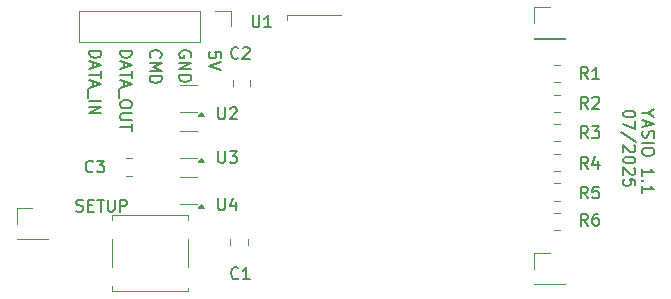
<source format=gbr>
%TF.GenerationSoftware,KiCad,Pcbnew,9.0.3-1.fc42*%
%TF.CreationDate,2025-07-19T22:58:11+02:00*%
%TF.ProjectId,yasio,79617369-6f2e-46b6-9963-61645f706362,rev?*%
%TF.SameCoordinates,Original*%
%TF.FileFunction,Legend,Top*%
%TF.FilePolarity,Positive*%
%FSLAX46Y46*%
G04 Gerber Fmt 4.6, Leading zero omitted, Abs format (unit mm)*
G04 Created by KiCad (PCBNEW 9.0.3-1.fc42) date 2025-07-19 22:58:11*
%MOMM*%
%LPD*%
G01*
G04 APERTURE LIST*
%ADD10C,0.200000*%
%ADD11C,0.150000*%
%ADD12C,0.120000*%
G04 APERTURE END LIST*
D10*
X154118915Y-109660149D02*
X153642724Y-109660149D01*
X154642724Y-109326816D02*
X154118915Y-109660149D01*
X154118915Y-109660149D02*
X154642724Y-109993482D01*
X153928439Y-110279197D02*
X153928439Y-110755387D01*
X153642724Y-110183959D02*
X154642724Y-110517292D01*
X154642724Y-110517292D02*
X153642724Y-110850625D01*
X153690344Y-111136340D02*
X153642724Y-111279197D01*
X153642724Y-111279197D02*
X153642724Y-111517292D01*
X153642724Y-111517292D02*
X153690344Y-111612530D01*
X153690344Y-111612530D02*
X153737963Y-111660149D01*
X153737963Y-111660149D02*
X153833201Y-111707768D01*
X153833201Y-111707768D02*
X153928439Y-111707768D01*
X153928439Y-111707768D02*
X154023677Y-111660149D01*
X154023677Y-111660149D02*
X154071296Y-111612530D01*
X154071296Y-111612530D02*
X154118915Y-111517292D01*
X154118915Y-111517292D02*
X154166534Y-111326816D01*
X154166534Y-111326816D02*
X154214153Y-111231578D01*
X154214153Y-111231578D02*
X154261772Y-111183959D01*
X154261772Y-111183959D02*
X154357010Y-111136340D01*
X154357010Y-111136340D02*
X154452248Y-111136340D01*
X154452248Y-111136340D02*
X154547486Y-111183959D01*
X154547486Y-111183959D02*
X154595105Y-111231578D01*
X154595105Y-111231578D02*
X154642724Y-111326816D01*
X154642724Y-111326816D02*
X154642724Y-111564911D01*
X154642724Y-111564911D02*
X154595105Y-111707768D01*
X153642724Y-112136340D02*
X154642724Y-112136340D01*
X154642724Y-112803006D02*
X154642724Y-112993482D01*
X154642724Y-112993482D02*
X154595105Y-113088720D01*
X154595105Y-113088720D02*
X154499867Y-113183958D01*
X154499867Y-113183958D02*
X154309391Y-113231577D01*
X154309391Y-113231577D02*
X153976058Y-113231577D01*
X153976058Y-113231577D02*
X153785582Y-113183958D01*
X153785582Y-113183958D02*
X153690344Y-113088720D01*
X153690344Y-113088720D02*
X153642724Y-112993482D01*
X153642724Y-112993482D02*
X153642724Y-112803006D01*
X153642724Y-112803006D02*
X153690344Y-112707768D01*
X153690344Y-112707768D02*
X153785582Y-112612530D01*
X153785582Y-112612530D02*
X153976058Y-112564911D01*
X153976058Y-112564911D02*
X154309391Y-112564911D01*
X154309391Y-112564911D02*
X154499867Y-112612530D01*
X154499867Y-112612530D02*
X154595105Y-112707768D01*
X154595105Y-112707768D02*
X154642724Y-112803006D01*
X153642724Y-114945863D02*
X153642724Y-114374435D01*
X153642724Y-114660149D02*
X154642724Y-114660149D01*
X154642724Y-114660149D02*
X154499867Y-114564911D01*
X154499867Y-114564911D02*
X154404629Y-114469673D01*
X154404629Y-114469673D02*
X154357010Y-114374435D01*
X153737963Y-115374435D02*
X153690344Y-115422054D01*
X153690344Y-115422054D02*
X153642724Y-115374435D01*
X153642724Y-115374435D02*
X153690344Y-115326816D01*
X153690344Y-115326816D02*
X153737963Y-115374435D01*
X153737963Y-115374435D02*
X153642724Y-115374435D01*
X153642724Y-116374434D02*
X153642724Y-115803006D01*
X153642724Y-116088720D02*
X154642724Y-116088720D01*
X154642724Y-116088720D02*
X154499867Y-115993482D01*
X154499867Y-115993482D02*
X154404629Y-115898244D01*
X154404629Y-115898244D02*
X154357010Y-115803006D01*
X153032780Y-109660149D02*
X153032780Y-109755387D01*
X153032780Y-109755387D02*
X152985161Y-109850625D01*
X152985161Y-109850625D02*
X152937542Y-109898244D01*
X152937542Y-109898244D02*
X152842304Y-109945863D01*
X152842304Y-109945863D02*
X152651828Y-109993482D01*
X152651828Y-109993482D02*
X152413733Y-109993482D01*
X152413733Y-109993482D02*
X152223257Y-109945863D01*
X152223257Y-109945863D02*
X152128019Y-109898244D01*
X152128019Y-109898244D02*
X152080400Y-109850625D01*
X152080400Y-109850625D02*
X152032780Y-109755387D01*
X152032780Y-109755387D02*
X152032780Y-109660149D01*
X152032780Y-109660149D02*
X152080400Y-109564911D01*
X152080400Y-109564911D02*
X152128019Y-109517292D01*
X152128019Y-109517292D02*
X152223257Y-109469673D01*
X152223257Y-109469673D02*
X152413733Y-109422054D01*
X152413733Y-109422054D02*
X152651828Y-109422054D01*
X152651828Y-109422054D02*
X152842304Y-109469673D01*
X152842304Y-109469673D02*
X152937542Y-109517292D01*
X152937542Y-109517292D02*
X152985161Y-109564911D01*
X152985161Y-109564911D02*
X153032780Y-109660149D01*
X153032780Y-110326816D02*
X153032780Y-110993482D01*
X153032780Y-110993482D02*
X152032780Y-110564911D01*
X153080400Y-112088720D02*
X151794685Y-111231578D01*
X152937542Y-112374435D02*
X152985161Y-112422054D01*
X152985161Y-112422054D02*
X153032780Y-112517292D01*
X153032780Y-112517292D02*
X153032780Y-112755387D01*
X153032780Y-112755387D02*
X152985161Y-112850625D01*
X152985161Y-112850625D02*
X152937542Y-112898244D01*
X152937542Y-112898244D02*
X152842304Y-112945863D01*
X152842304Y-112945863D02*
X152747066Y-112945863D01*
X152747066Y-112945863D02*
X152604209Y-112898244D01*
X152604209Y-112898244D02*
X152032780Y-112326816D01*
X152032780Y-112326816D02*
X152032780Y-112945863D01*
X153032780Y-113564911D02*
X153032780Y-113660149D01*
X153032780Y-113660149D02*
X152985161Y-113755387D01*
X152985161Y-113755387D02*
X152937542Y-113803006D01*
X152937542Y-113803006D02*
X152842304Y-113850625D01*
X152842304Y-113850625D02*
X152651828Y-113898244D01*
X152651828Y-113898244D02*
X152413733Y-113898244D01*
X152413733Y-113898244D02*
X152223257Y-113850625D01*
X152223257Y-113850625D02*
X152128019Y-113803006D01*
X152128019Y-113803006D02*
X152080400Y-113755387D01*
X152080400Y-113755387D02*
X152032780Y-113660149D01*
X152032780Y-113660149D02*
X152032780Y-113564911D01*
X152032780Y-113564911D02*
X152080400Y-113469673D01*
X152080400Y-113469673D02*
X152128019Y-113422054D01*
X152128019Y-113422054D02*
X152223257Y-113374435D01*
X152223257Y-113374435D02*
X152413733Y-113326816D01*
X152413733Y-113326816D02*
X152651828Y-113326816D01*
X152651828Y-113326816D02*
X152842304Y-113374435D01*
X152842304Y-113374435D02*
X152937542Y-113422054D01*
X152937542Y-113422054D02*
X152985161Y-113469673D01*
X152985161Y-113469673D02*
X153032780Y-113564911D01*
X152937542Y-114279197D02*
X152985161Y-114326816D01*
X152985161Y-114326816D02*
X153032780Y-114422054D01*
X153032780Y-114422054D02*
X153032780Y-114660149D01*
X153032780Y-114660149D02*
X152985161Y-114755387D01*
X152985161Y-114755387D02*
X152937542Y-114803006D01*
X152937542Y-114803006D02*
X152842304Y-114850625D01*
X152842304Y-114850625D02*
X152747066Y-114850625D01*
X152747066Y-114850625D02*
X152604209Y-114803006D01*
X152604209Y-114803006D02*
X152032780Y-114231578D01*
X152032780Y-114231578D02*
X152032780Y-114850625D01*
X153032780Y-115755387D02*
X153032780Y-115279197D01*
X153032780Y-115279197D02*
X152556590Y-115231578D01*
X152556590Y-115231578D02*
X152604209Y-115279197D01*
X152604209Y-115279197D02*
X152651828Y-115374435D01*
X152651828Y-115374435D02*
X152651828Y-115612530D01*
X152651828Y-115612530D02*
X152604209Y-115707768D01*
X152604209Y-115707768D02*
X152556590Y-115755387D01*
X152556590Y-115755387D02*
X152461352Y-115803006D01*
X152461352Y-115803006D02*
X152223257Y-115803006D01*
X152223257Y-115803006D02*
X152128019Y-115755387D01*
X152128019Y-115755387D02*
X152080400Y-115707768D01*
X152080400Y-115707768D02*
X152032780Y-115612530D01*
X152032780Y-115612530D02*
X152032780Y-115374435D01*
X152032780Y-115374435D02*
X152080400Y-115279197D01*
X152080400Y-115279197D02*
X152128019Y-115231578D01*
X117932780Y-104945863D02*
X117932780Y-104469673D01*
X117932780Y-104469673D02*
X117456590Y-104422054D01*
X117456590Y-104422054D02*
X117504209Y-104469673D01*
X117504209Y-104469673D02*
X117551828Y-104564911D01*
X117551828Y-104564911D02*
X117551828Y-104803006D01*
X117551828Y-104803006D02*
X117504209Y-104898244D01*
X117504209Y-104898244D02*
X117456590Y-104945863D01*
X117456590Y-104945863D02*
X117361352Y-104993482D01*
X117361352Y-104993482D02*
X117123257Y-104993482D01*
X117123257Y-104993482D02*
X117028019Y-104945863D01*
X117028019Y-104945863D02*
X116980400Y-104898244D01*
X116980400Y-104898244D02*
X116932780Y-104803006D01*
X116932780Y-104803006D02*
X116932780Y-104564911D01*
X116932780Y-104564911D02*
X116980400Y-104469673D01*
X116980400Y-104469673D02*
X117028019Y-104422054D01*
X117932780Y-105279197D02*
X116932780Y-105612530D01*
X116932780Y-105612530D02*
X117932780Y-105945863D01*
X112028019Y-104941101D02*
X111980400Y-104893482D01*
X111980400Y-104893482D02*
X111932780Y-104750625D01*
X111932780Y-104750625D02*
X111932780Y-104655387D01*
X111932780Y-104655387D02*
X111980400Y-104512530D01*
X111980400Y-104512530D02*
X112075638Y-104417292D01*
X112075638Y-104417292D02*
X112170876Y-104369673D01*
X112170876Y-104369673D02*
X112361352Y-104322054D01*
X112361352Y-104322054D02*
X112504209Y-104322054D01*
X112504209Y-104322054D02*
X112694685Y-104369673D01*
X112694685Y-104369673D02*
X112789923Y-104417292D01*
X112789923Y-104417292D02*
X112885161Y-104512530D01*
X112885161Y-104512530D02*
X112932780Y-104655387D01*
X112932780Y-104655387D02*
X112932780Y-104750625D01*
X112932780Y-104750625D02*
X112885161Y-104893482D01*
X112885161Y-104893482D02*
X112837542Y-104941101D01*
X111932780Y-105369673D02*
X112932780Y-105369673D01*
X112932780Y-105369673D02*
X112218495Y-105703006D01*
X112218495Y-105703006D02*
X112932780Y-106036339D01*
X112932780Y-106036339D02*
X111932780Y-106036339D01*
X111932780Y-106512530D02*
X112932780Y-106512530D01*
X112932780Y-106512530D02*
X112932780Y-106750625D01*
X112932780Y-106750625D02*
X112885161Y-106893482D01*
X112885161Y-106893482D02*
X112789923Y-106988720D01*
X112789923Y-106988720D02*
X112694685Y-107036339D01*
X112694685Y-107036339D02*
X112504209Y-107083958D01*
X112504209Y-107083958D02*
X112361352Y-107083958D01*
X112361352Y-107083958D02*
X112170876Y-107036339D01*
X112170876Y-107036339D02*
X112075638Y-106988720D01*
X112075638Y-106988720D02*
X111980400Y-106893482D01*
X111980400Y-106893482D02*
X111932780Y-106750625D01*
X111932780Y-106750625D02*
X111932780Y-106512530D01*
X106832780Y-104369673D02*
X107832780Y-104369673D01*
X107832780Y-104369673D02*
X107832780Y-104607768D01*
X107832780Y-104607768D02*
X107785161Y-104750625D01*
X107785161Y-104750625D02*
X107689923Y-104845863D01*
X107689923Y-104845863D02*
X107594685Y-104893482D01*
X107594685Y-104893482D02*
X107404209Y-104941101D01*
X107404209Y-104941101D02*
X107261352Y-104941101D01*
X107261352Y-104941101D02*
X107070876Y-104893482D01*
X107070876Y-104893482D02*
X106975638Y-104845863D01*
X106975638Y-104845863D02*
X106880400Y-104750625D01*
X106880400Y-104750625D02*
X106832780Y-104607768D01*
X106832780Y-104607768D02*
X106832780Y-104369673D01*
X107118495Y-105322054D02*
X107118495Y-105798244D01*
X106832780Y-105226816D02*
X107832780Y-105560149D01*
X107832780Y-105560149D02*
X106832780Y-105893482D01*
X107832780Y-106083959D02*
X107832780Y-106655387D01*
X106832780Y-106369673D02*
X107832780Y-106369673D01*
X107118495Y-106941102D02*
X107118495Y-107417292D01*
X106832780Y-106845864D02*
X107832780Y-107179197D01*
X107832780Y-107179197D02*
X106832780Y-107512530D01*
X106737542Y-107607769D02*
X106737542Y-108369673D01*
X106832780Y-108607769D02*
X107832780Y-108607769D01*
X106832780Y-109083959D02*
X107832780Y-109083959D01*
X107832780Y-109083959D02*
X106832780Y-109655387D01*
X106832780Y-109655387D02*
X107832780Y-109655387D01*
X109432780Y-104369673D02*
X110432780Y-104369673D01*
X110432780Y-104369673D02*
X110432780Y-104607768D01*
X110432780Y-104607768D02*
X110385161Y-104750625D01*
X110385161Y-104750625D02*
X110289923Y-104845863D01*
X110289923Y-104845863D02*
X110194685Y-104893482D01*
X110194685Y-104893482D02*
X110004209Y-104941101D01*
X110004209Y-104941101D02*
X109861352Y-104941101D01*
X109861352Y-104941101D02*
X109670876Y-104893482D01*
X109670876Y-104893482D02*
X109575638Y-104845863D01*
X109575638Y-104845863D02*
X109480400Y-104750625D01*
X109480400Y-104750625D02*
X109432780Y-104607768D01*
X109432780Y-104607768D02*
X109432780Y-104369673D01*
X109718495Y-105322054D02*
X109718495Y-105798244D01*
X109432780Y-105226816D02*
X110432780Y-105560149D01*
X110432780Y-105560149D02*
X109432780Y-105893482D01*
X110432780Y-106083959D02*
X110432780Y-106655387D01*
X109432780Y-106369673D02*
X110432780Y-106369673D01*
X109718495Y-106941102D02*
X109718495Y-107417292D01*
X109432780Y-106845864D02*
X110432780Y-107179197D01*
X110432780Y-107179197D02*
X109432780Y-107512530D01*
X109337542Y-107607769D02*
X109337542Y-108369673D01*
X110432780Y-108798245D02*
X110432780Y-108988721D01*
X110432780Y-108988721D02*
X110385161Y-109083959D01*
X110385161Y-109083959D02*
X110289923Y-109179197D01*
X110289923Y-109179197D02*
X110099447Y-109226816D01*
X110099447Y-109226816D02*
X109766114Y-109226816D01*
X109766114Y-109226816D02*
X109575638Y-109179197D01*
X109575638Y-109179197D02*
X109480400Y-109083959D01*
X109480400Y-109083959D02*
X109432780Y-108988721D01*
X109432780Y-108988721D02*
X109432780Y-108798245D01*
X109432780Y-108798245D02*
X109480400Y-108703007D01*
X109480400Y-108703007D02*
X109575638Y-108607769D01*
X109575638Y-108607769D02*
X109766114Y-108560150D01*
X109766114Y-108560150D02*
X110099447Y-108560150D01*
X110099447Y-108560150D02*
X110289923Y-108607769D01*
X110289923Y-108607769D02*
X110385161Y-108703007D01*
X110385161Y-108703007D02*
X110432780Y-108798245D01*
X110432780Y-109655388D02*
X109623257Y-109655388D01*
X109623257Y-109655388D02*
X109528019Y-109703007D01*
X109528019Y-109703007D02*
X109480400Y-109750626D01*
X109480400Y-109750626D02*
X109432780Y-109845864D01*
X109432780Y-109845864D02*
X109432780Y-110036340D01*
X109432780Y-110036340D02*
X109480400Y-110131578D01*
X109480400Y-110131578D02*
X109528019Y-110179197D01*
X109528019Y-110179197D02*
X109623257Y-110226816D01*
X109623257Y-110226816D02*
X110432780Y-110226816D01*
X110432780Y-110560150D02*
X110432780Y-111131578D01*
X109432780Y-110845864D02*
X110432780Y-110845864D01*
X105722054Y-117919600D02*
X105864911Y-117967219D01*
X105864911Y-117967219D02*
X106103006Y-117967219D01*
X106103006Y-117967219D02*
X106198244Y-117919600D01*
X106198244Y-117919600D02*
X106245863Y-117871980D01*
X106245863Y-117871980D02*
X106293482Y-117776742D01*
X106293482Y-117776742D02*
X106293482Y-117681504D01*
X106293482Y-117681504D02*
X106245863Y-117586266D01*
X106245863Y-117586266D02*
X106198244Y-117538647D01*
X106198244Y-117538647D02*
X106103006Y-117491028D01*
X106103006Y-117491028D02*
X105912530Y-117443409D01*
X105912530Y-117443409D02*
X105817292Y-117395790D01*
X105817292Y-117395790D02*
X105769673Y-117348171D01*
X105769673Y-117348171D02*
X105722054Y-117252933D01*
X105722054Y-117252933D02*
X105722054Y-117157695D01*
X105722054Y-117157695D02*
X105769673Y-117062457D01*
X105769673Y-117062457D02*
X105817292Y-117014838D01*
X105817292Y-117014838D02*
X105912530Y-116967219D01*
X105912530Y-116967219D02*
X106150625Y-116967219D01*
X106150625Y-116967219D02*
X106293482Y-117014838D01*
X106722054Y-117443409D02*
X107055387Y-117443409D01*
X107198244Y-117967219D02*
X106722054Y-117967219D01*
X106722054Y-117967219D02*
X106722054Y-116967219D01*
X106722054Y-116967219D02*
X107198244Y-116967219D01*
X107483959Y-116967219D02*
X108055387Y-116967219D01*
X107769673Y-117967219D02*
X107769673Y-116967219D01*
X108388721Y-116967219D02*
X108388721Y-117776742D01*
X108388721Y-117776742D02*
X108436340Y-117871980D01*
X108436340Y-117871980D02*
X108483959Y-117919600D01*
X108483959Y-117919600D02*
X108579197Y-117967219D01*
X108579197Y-117967219D02*
X108769673Y-117967219D01*
X108769673Y-117967219D02*
X108864911Y-117919600D01*
X108864911Y-117919600D02*
X108912530Y-117871980D01*
X108912530Y-117871980D02*
X108960149Y-117776742D01*
X108960149Y-117776742D02*
X108960149Y-116967219D01*
X109436340Y-117967219D02*
X109436340Y-116967219D01*
X109436340Y-116967219D02*
X109817292Y-116967219D01*
X109817292Y-116967219D02*
X109912530Y-117014838D01*
X109912530Y-117014838D02*
X109960149Y-117062457D01*
X109960149Y-117062457D02*
X110007768Y-117157695D01*
X110007768Y-117157695D02*
X110007768Y-117300552D01*
X110007768Y-117300552D02*
X109960149Y-117395790D01*
X109960149Y-117395790D02*
X109912530Y-117443409D01*
X109912530Y-117443409D02*
X109817292Y-117491028D01*
X109817292Y-117491028D02*
X109436340Y-117491028D01*
X115385161Y-104893482D02*
X115432780Y-104798244D01*
X115432780Y-104798244D02*
X115432780Y-104655387D01*
X115432780Y-104655387D02*
X115385161Y-104512530D01*
X115385161Y-104512530D02*
X115289923Y-104417292D01*
X115289923Y-104417292D02*
X115194685Y-104369673D01*
X115194685Y-104369673D02*
X115004209Y-104322054D01*
X115004209Y-104322054D02*
X114861352Y-104322054D01*
X114861352Y-104322054D02*
X114670876Y-104369673D01*
X114670876Y-104369673D02*
X114575638Y-104417292D01*
X114575638Y-104417292D02*
X114480400Y-104512530D01*
X114480400Y-104512530D02*
X114432780Y-104655387D01*
X114432780Y-104655387D02*
X114432780Y-104750625D01*
X114432780Y-104750625D02*
X114480400Y-104893482D01*
X114480400Y-104893482D02*
X114528019Y-104941101D01*
X114528019Y-104941101D02*
X114861352Y-104941101D01*
X114861352Y-104941101D02*
X114861352Y-104750625D01*
X114432780Y-105369673D02*
X115432780Y-105369673D01*
X115432780Y-105369673D02*
X114432780Y-105941101D01*
X114432780Y-105941101D02*
X115432780Y-105941101D01*
X114432780Y-106417292D02*
X115432780Y-106417292D01*
X115432780Y-106417292D02*
X115432780Y-106655387D01*
X115432780Y-106655387D02*
X115385161Y-106798244D01*
X115385161Y-106798244D02*
X115289923Y-106893482D01*
X115289923Y-106893482D02*
X115194685Y-106941101D01*
X115194685Y-106941101D02*
X115004209Y-106988720D01*
X115004209Y-106988720D02*
X114861352Y-106988720D01*
X114861352Y-106988720D02*
X114670876Y-106941101D01*
X114670876Y-106941101D02*
X114575638Y-106893482D01*
X114575638Y-106893482D02*
X114480400Y-106798244D01*
X114480400Y-106798244D02*
X114432780Y-106655387D01*
X114432780Y-106655387D02*
X114432780Y-106417292D01*
D11*
X149033333Y-116854819D02*
X148700000Y-116378628D01*
X148461905Y-116854819D02*
X148461905Y-115854819D01*
X148461905Y-115854819D02*
X148842857Y-115854819D01*
X148842857Y-115854819D02*
X148938095Y-115902438D01*
X148938095Y-115902438D02*
X148985714Y-115950057D01*
X148985714Y-115950057D02*
X149033333Y-116045295D01*
X149033333Y-116045295D02*
X149033333Y-116188152D01*
X149033333Y-116188152D02*
X148985714Y-116283390D01*
X148985714Y-116283390D02*
X148938095Y-116331009D01*
X148938095Y-116331009D02*
X148842857Y-116378628D01*
X148842857Y-116378628D02*
X148461905Y-116378628D01*
X149938095Y-115854819D02*
X149461905Y-115854819D01*
X149461905Y-115854819D02*
X149414286Y-116331009D01*
X149414286Y-116331009D02*
X149461905Y-116283390D01*
X149461905Y-116283390D02*
X149557143Y-116235771D01*
X149557143Y-116235771D02*
X149795238Y-116235771D01*
X149795238Y-116235771D02*
X149890476Y-116283390D01*
X149890476Y-116283390D02*
X149938095Y-116331009D01*
X149938095Y-116331009D02*
X149985714Y-116426247D01*
X149985714Y-116426247D02*
X149985714Y-116664342D01*
X149985714Y-116664342D02*
X149938095Y-116759580D01*
X149938095Y-116759580D02*
X149890476Y-116807200D01*
X149890476Y-116807200D02*
X149795238Y-116854819D01*
X149795238Y-116854819D02*
X149557143Y-116854819D01*
X149557143Y-116854819D02*
X149461905Y-116807200D01*
X149461905Y-116807200D02*
X149414286Y-116759580D01*
X117738095Y-109154819D02*
X117738095Y-109964342D01*
X117738095Y-109964342D02*
X117785714Y-110059580D01*
X117785714Y-110059580D02*
X117833333Y-110107200D01*
X117833333Y-110107200D02*
X117928571Y-110154819D01*
X117928571Y-110154819D02*
X118119047Y-110154819D01*
X118119047Y-110154819D02*
X118214285Y-110107200D01*
X118214285Y-110107200D02*
X118261904Y-110059580D01*
X118261904Y-110059580D02*
X118309523Y-109964342D01*
X118309523Y-109964342D02*
X118309523Y-109154819D01*
X118738095Y-109250057D02*
X118785714Y-109202438D01*
X118785714Y-109202438D02*
X118880952Y-109154819D01*
X118880952Y-109154819D02*
X119119047Y-109154819D01*
X119119047Y-109154819D02*
X119214285Y-109202438D01*
X119214285Y-109202438D02*
X119261904Y-109250057D01*
X119261904Y-109250057D02*
X119309523Y-109345295D01*
X119309523Y-109345295D02*
X119309523Y-109440533D01*
X119309523Y-109440533D02*
X119261904Y-109583390D01*
X119261904Y-109583390D02*
X118690476Y-110154819D01*
X118690476Y-110154819D02*
X119309523Y-110154819D01*
X149033333Y-106754819D02*
X148700000Y-106278628D01*
X148461905Y-106754819D02*
X148461905Y-105754819D01*
X148461905Y-105754819D02*
X148842857Y-105754819D01*
X148842857Y-105754819D02*
X148938095Y-105802438D01*
X148938095Y-105802438D02*
X148985714Y-105850057D01*
X148985714Y-105850057D02*
X149033333Y-105945295D01*
X149033333Y-105945295D02*
X149033333Y-106088152D01*
X149033333Y-106088152D02*
X148985714Y-106183390D01*
X148985714Y-106183390D02*
X148938095Y-106231009D01*
X148938095Y-106231009D02*
X148842857Y-106278628D01*
X148842857Y-106278628D02*
X148461905Y-106278628D01*
X149985714Y-106754819D02*
X149414286Y-106754819D01*
X149700000Y-106754819D02*
X149700000Y-105754819D01*
X149700000Y-105754819D02*
X149604762Y-105897676D01*
X149604762Y-105897676D02*
X149509524Y-105992914D01*
X149509524Y-105992914D02*
X149414286Y-106040533D01*
X120638095Y-101354819D02*
X120638095Y-102164342D01*
X120638095Y-102164342D02*
X120685714Y-102259580D01*
X120685714Y-102259580D02*
X120733333Y-102307200D01*
X120733333Y-102307200D02*
X120828571Y-102354819D01*
X120828571Y-102354819D02*
X121019047Y-102354819D01*
X121019047Y-102354819D02*
X121114285Y-102307200D01*
X121114285Y-102307200D02*
X121161904Y-102259580D01*
X121161904Y-102259580D02*
X121209523Y-102164342D01*
X121209523Y-102164342D02*
X121209523Y-101354819D01*
X122209523Y-102354819D02*
X121638095Y-102354819D01*
X121923809Y-102354819D02*
X121923809Y-101354819D01*
X121923809Y-101354819D02*
X121828571Y-101497676D01*
X121828571Y-101497676D02*
X121733333Y-101592914D01*
X121733333Y-101592914D02*
X121638095Y-101640533D01*
X149033333Y-119154819D02*
X148700000Y-118678628D01*
X148461905Y-119154819D02*
X148461905Y-118154819D01*
X148461905Y-118154819D02*
X148842857Y-118154819D01*
X148842857Y-118154819D02*
X148938095Y-118202438D01*
X148938095Y-118202438D02*
X148985714Y-118250057D01*
X148985714Y-118250057D02*
X149033333Y-118345295D01*
X149033333Y-118345295D02*
X149033333Y-118488152D01*
X149033333Y-118488152D02*
X148985714Y-118583390D01*
X148985714Y-118583390D02*
X148938095Y-118631009D01*
X148938095Y-118631009D02*
X148842857Y-118678628D01*
X148842857Y-118678628D02*
X148461905Y-118678628D01*
X149890476Y-118154819D02*
X149700000Y-118154819D01*
X149700000Y-118154819D02*
X149604762Y-118202438D01*
X149604762Y-118202438D02*
X149557143Y-118250057D01*
X149557143Y-118250057D02*
X149461905Y-118392914D01*
X149461905Y-118392914D02*
X149414286Y-118583390D01*
X149414286Y-118583390D02*
X149414286Y-118964342D01*
X149414286Y-118964342D02*
X149461905Y-119059580D01*
X149461905Y-119059580D02*
X149509524Y-119107200D01*
X149509524Y-119107200D02*
X149604762Y-119154819D01*
X149604762Y-119154819D02*
X149795238Y-119154819D01*
X149795238Y-119154819D02*
X149890476Y-119107200D01*
X149890476Y-119107200D02*
X149938095Y-119059580D01*
X149938095Y-119059580D02*
X149985714Y-118964342D01*
X149985714Y-118964342D02*
X149985714Y-118726247D01*
X149985714Y-118726247D02*
X149938095Y-118631009D01*
X149938095Y-118631009D02*
X149890476Y-118583390D01*
X149890476Y-118583390D02*
X149795238Y-118535771D01*
X149795238Y-118535771D02*
X149604762Y-118535771D01*
X149604762Y-118535771D02*
X149509524Y-118583390D01*
X149509524Y-118583390D02*
X149461905Y-118631009D01*
X149461905Y-118631009D02*
X149414286Y-118726247D01*
X149033333Y-114354819D02*
X148700000Y-113878628D01*
X148461905Y-114354819D02*
X148461905Y-113354819D01*
X148461905Y-113354819D02*
X148842857Y-113354819D01*
X148842857Y-113354819D02*
X148938095Y-113402438D01*
X148938095Y-113402438D02*
X148985714Y-113450057D01*
X148985714Y-113450057D02*
X149033333Y-113545295D01*
X149033333Y-113545295D02*
X149033333Y-113688152D01*
X149033333Y-113688152D02*
X148985714Y-113783390D01*
X148985714Y-113783390D02*
X148938095Y-113831009D01*
X148938095Y-113831009D02*
X148842857Y-113878628D01*
X148842857Y-113878628D02*
X148461905Y-113878628D01*
X149890476Y-113688152D02*
X149890476Y-114354819D01*
X149652381Y-113307200D02*
X149414286Y-114021485D01*
X149414286Y-114021485D02*
X150033333Y-114021485D01*
X117738095Y-116854819D02*
X117738095Y-117664342D01*
X117738095Y-117664342D02*
X117785714Y-117759580D01*
X117785714Y-117759580D02*
X117833333Y-117807200D01*
X117833333Y-117807200D02*
X117928571Y-117854819D01*
X117928571Y-117854819D02*
X118119047Y-117854819D01*
X118119047Y-117854819D02*
X118214285Y-117807200D01*
X118214285Y-117807200D02*
X118261904Y-117759580D01*
X118261904Y-117759580D02*
X118309523Y-117664342D01*
X118309523Y-117664342D02*
X118309523Y-116854819D01*
X119214285Y-117188152D02*
X119214285Y-117854819D01*
X118976190Y-116807200D02*
X118738095Y-117521485D01*
X118738095Y-117521485D02*
X119357142Y-117521485D01*
X117738095Y-112854819D02*
X117738095Y-113664342D01*
X117738095Y-113664342D02*
X117785714Y-113759580D01*
X117785714Y-113759580D02*
X117833333Y-113807200D01*
X117833333Y-113807200D02*
X117928571Y-113854819D01*
X117928571Y-113854819D02*
X118119047Y-113854819D01*
X118119047Y-113854819D02*
X118214285Y-113807200D01*
X118214285Y-113807200D02*
X118261904Y-113759580D01*
X118261904Y-113759580D02*
X118309523Y-113664342D01*
X118309523Y-113664342D02*
X118309523Y-112854819D01*
X118690476Y-112854819D02*
X119309523Y-112854819D01*
X119309523Y-112854819D02*
X118976190Y-113235771D01*
X118976190Y-113235771D02*
X119119047Y-113235771D01*
X119119047Y-113235771D02*
X119214285Y-113283390D01*
X119214285Y-113283390D02*
X119261904Y-113331009D01*
X119261904Y-113331009D02*
X119309523Y-113426247D01*
X119309523Y-113426247D02*
X119309523Y-113664342D01*
X119309523Y-113664342D02*
X119261904Y-113759580D01*
X119261904Y-113759580D02*
X119214285Y-113807200D01*
X119214285Y-113807200D02*
X119119047Y-113854819D01*
X119119047Y-113854819D02*
X118833333Y-113854819D01*
X118833333Y-113854819D02*
X118738095Y-113807200D01*
X118738095Y-113807200D02*
X118690476Y-113759580D01*
X119433333Y-123597080D02*
X119385714Y-123644700D01*
X119385714Y-123644700D02*
X119242857Y-123692319D01*
X119242857Y-123692319D02*
X119147619Y-123692319D01*
X119147619Y-123692319D02*
X119004762Y-123644700D01*
X119004762Y-123644700D02*
X118909524Y-123549461D01*
X118909524Y-123549461D02*
X118861905Y-123454223D01*
X118861905Y-123454223D02*
X118814286Y-123263747D01*
X118814286Y-123263747D02*
X118814286Y-123120890D01*
X118814286Y-123120890D02*
X118861905Y-122930414D01*
X118861905Y-122930414D02*
X118909524Y-122835176D01*
X118909524Y-122835176D02*
X119004762Y-122739938D01*
X119004762Y-122739938D02*
X119147619Y-122692319D01*
X119147619Y-122692319D02*
X119242857Y-122692319D01*
X119242857Y-122692319D02*
X119385714Y-122739938D01*
X119385714Y-122739938D02*
X119433333Y-122787557D01*
X120385714Y-123692319D02*
X119814286Y-123692319D01*
X120100000Y-123692319D02*
X120100000Y-122692319D01*
X120100000Y-122692319D02*
X120004762Y-122835176D01*
X120004762Y-122835176D02*
X119909524Y-122930414D01*
X119909524Y-122930414D02*
X119814286Y-122978033D01*
X149033333Y-111754819D02*
X148700000Y-111278628D01*
X148461905Y-111754819D02*
X148461905Y-110754819D01*
X148461905Y-110754819D02*
X148842857Y-110754819D01*
X148842857Y-110754819D02*
X148938095Y-110802438D01*
X148938095Y-110802438D02*
X148985714Y-110850057D01*
X148985714Y-110850057D02*
X149033333Y-110945295D01*
X149033333Y-110945295D02*
X149033333Y-111088152D01*
X149033333Y-111088152D02*
X148985714Y-111183390D01*
X148985714Y-111183390D02*
X148938095Y-111231009D01*
X148938095Y-111231009D02*
X148842857Y-111278628D01*
X148842857Y-111278628D02*
X148461905Y-111278628D01*
X149366667Y-110754819D02*
X149985714Y-110754819D01*
X149985714Y-110754819D02*
X149652381Y-111135771D01*
X149652381Y-111135771D02*
X149795238Y-111135771D01*
X149795238Y-111135771D02*
X149890476Y-111183390D01*
X149890476Y-111183390D02*
X149938095Y-111231009D01*
X149938095Y-111231009D02*
X149985714Y-111326247D01*
X149985714Y-111326247D02*
X149985714Y-111564342D01*
X149985714Y-111564342D02*
X149938095Y-111659580D01*
X149938095Y-111659580D02*
X149890476Y-111707200D01*
X149890476Y-111707200D02*
X149795238Y-111754819D01*
X149795238Y-111754819D02*
X149509524Y-111754819D01*
X149509524Y-111754819D02*
X149414286Y-111707200D01*
X149414286Y-111707200D02*
X149366667Y-111659580D01*
X119433333Y-104959580D02*
X119385714Y-105007200D01*
X119385714Y-105007200D02*
X119242857Y-105054819D01*
X119242857Y-105054819D02*
X119147619Y-105054819D01*
X119147619Y-105054819D02*
X119004762Y-105007200D01*
X119004762Y-105007200D02*
X118909524Y-104911961D01*
X118909524Y-104911961D02*
X118861905Y-104816723D01*
X118861905Y-104816723D02*
X118814286Y-104626247D01*
X118814286Y-104626247D02*
X118814286Y-104483390D01*
X118814286Y-104483390D02*
X118861905Y-104292914D01*
X118861905Y-104292914D02*
X118909524Y-104197676D01*
X118909524Y-104197676D02*
X119004762Y-104102438D01*
X119004762Y-104102438D02*
X119147619Y-104054819D01*
X119147619Y-104054819D02*
X119242857Y-104054819D01*
X119242857Y-104054819D02*
X119385714Y-104102438D01*
X119385714Y-104102438D02*
X119433333Y-104150057D01*
X119814286Y-104150057D02*
X119861905Y-104102438D01*
X119861905Y-104102438D02*
X119957143Y-104054819D01*
X119957143Y-104054819D02*
X120195238Y-104054819D01*
X120195238Y-104054819D02*
X120290476Y-104102438D01*
X120290476Y-104102438D02*
X120338095Y-104150057D01*
X120338095Y-104150057D02*
X120385714Y-104245295D01*
X120385714Y-104245295D02*
X120385714Y-104340533D01*
X120385714Y-104340533D02*
X120338095Y-104483390D01*
X120338095Y-104483390D02*
X119766667Y-105054819D01*
X119766667Y-105054819D02*
X120385714Y-105054819D01*
X149033333Y-109254819D02*
X148700000Y-108778628D01*
X148461905Y-109254819D02*
X148461905Y-108254819D01*
X148461905Y-108254819D02*
X148842857Y-108254819D01*
X148842857Y-108254819D02*
X148938095Y-108302438D01*
X148938095Y-108302438D02*
X148985714Y-108350057D01*
X148985714Y-108350057D02*
X149033333Y-108445295D01*
X149033333Y-108445295D02*
X149033333Y-108588152D01*
X149033333Y-108588152D02*
X148985714Y-108683390D01*
X148985714Y-108683390D02*
X148938095Y-108731009D01*
X148938095Y-108731009D02*
X148842857Y-108778628D01*
X148842857Y-108778628D02*
X148461905Y-108778628D01*
X149414286Y-108350057D02*
X149461905Y-108302438D01*
X149461905Y-108302438D02*
X149557143Y-108254819D01*
X149557143Y-108254819D02*
X149795238Y-108254819D01*
X149795238Y-108254819D02*
X149890476Y-108302438D01*
X149890476Y-108302438D02*
X149938095Y-108350057D01*
X149938095Y-108350057D02*
X149985714Y-108445295D01*
X149985714Y-108445295D02*
X149985714Y-108540533D01*
X149985714Y-108540533D02*
X149938095Y-108683390D01*
X149938095Y-108683390D02*
X149366667Y-109254819D01*
X149366667Y-109254819D02*
X149985714Y-109254819D01*
X107133333Y-114559580D02*
X107085714Y-114607200D01*
X107085714Y-114607200D02*
X106942857Y-114654819D01*
X106942857Y-114654819D02*
X106847619Y-114654819D01*
X106847619Y-114654819D02*
X106704762Y-114607200D01*
X106704762Y-114607200D02*
X106609524Y-114511961D01*
X106609524Y-114511961D02*
X106561905Y-114416723D01*
X106561905Y-114416723D02*
X106514286Y-114226247D01*
X106514286Y-114226247D02*
X106514286Y-114083390D01*
X106514286Y-114083390D02*
X106561905Y-113892914D01*
X106561905Y-113892914D02*
X106609524Y-113797676D01*
X106609524Y-113797676D02*
X106704762Y-113702438D01*
X106704762Y-113702438D02*
X106847619Y-113654819D01*
X106847619Y-113654819D02*
X106942857Y-113654819D01*
X106942857Y-113654819D02*
X107085714Y-113702438D01*
X107085714Y-113702438D02*
X107133333Y-113750057D01*
X107466667Y-113654819D02*
X108085714Y-113654819D01*
X108085714Y-113654819D02*
X107752381Y-114035771D01*
X107752381Y-114035771D02*
X107895238Y-114035771D01*
X107895238Y-114035771D02*
X107990476Y-114083390D01*
X107990476Y-114083390D02*
X108038095Y-114131009D01*
X108038095Y-114131009D02*
X108085714Y-114226247D01*
X108085714Y-114226247D02*
X108085714Y-114464342D01*
X108085714Y-114464342D02*
X108038095Y-114559580D01*
X108038095Y-114559580D02*
X107990476Y-114607200D01*
X107990476Y-114607200D02*
X107895238Y-114654819D01*
X107895238Y-114654819D02*
X107609524Y-114654819D01*
X107609524Y-114654819D02*
X107514286Y-114607200D01*
X107514286Y-114607200D02*
X107466667Y-114559580D01*
D12*
%TO.C,R5*%
X146172936Y-115565000D02*
X146627064Y-115565000D01*
X146172936Y-117035000D02*
X146627064Y-117035000D01*
%TO.C,U2*%
X115900000Y-107240000D02*
X114500000Y-107240000D01*
X115910000Y-109560000D02*
X114500000Y-109560000D01*
X116520000Y-109840000D02*
X116040000Y-109840000D01*
X116280000Y-109510000D01*
X116520000Y-109840000D01*
G36*
X116520000Y-109840000D02*
G01*
X116040000Y-109840000D01*
X116280000Y-109510000D01*
X116520000Y-109840000D01*
G37*
%TO.C,R1*%
X146172936Y-105565000D02*
X146627064Y-105565000D01*
X146172936Y-107035000D02*
X146627064Y-107035000D01*
%TO.C,J2*%
X144470000Y-121470000D02*
X145800000Y-121470000D01*
X144470000Y-122800000D02*
X144470000Y-121470000D01*
X144470000Y-124070000D02*
X144470000Y-124130000D01*
X144470000Y-124070000D02*
X147130000Y-124070000D01*
X144470000Y-124130000D02*
X147130000Y-124130000D01*
X147130000Y-124070000D02*
X147130000Y-124130000D01*
%TO.C,U1*%
X123590000Y-101340000D02*
X123590000Y-101740000D01*
X123590000Y-101340000D02*
X128150000Y-101340000D01*
%TO.C,R6*%
X146172936Y-118065000D02*
X146627064Y-118065000D01*
X146172936Y-119535000D02*
X146627064Y-119535000D01*
%TO.C,R4*%
X146172936Y-113065000D02*
X146627064Y-113065000D01*
X146172936Y-114535000D02*
X146627064Y-114535000D01*
%TO.C,U4*%
X115900000Y-115040000D02*
X114500000Y-115040000D01*
X115910000Y-117360000D02*
X114500000Y-117360000D01*
X116520000Y-117640000D02*
X116040000Y-117640000D01*
X116280000Y-117310000D01*
X116520000Y-117640000D01*
G36*
X116520000Y-117640000D02*
G01*
X116040000Y-117640000D01*
X116280000Y-117310000D01*
X116520000Y-117640000D01*
G37*
%TO.C,U3*%
X115900000Y-111140000D02*
X114500000Y-111140000D01*
X115910000Y-113460000D02*
X114500000Y-113460000D01*
X116520000Y-113740000D02*
X116040000Y-113740000D01*
X116280000Y-113410000D01*
X116520000Y-113740000D01*
G36*
X116520000Y-113740000D02*
G01*
X116040000Y-113740000D01*
X116280000Y-113410000D01*
X116520000Y-113740000D01*
G37*
%TO.C,C1*%
X118765000Y-120276248D02*
X118765000Y-120798752D01*
X120235000Y-120276248D02*
X120235000Y-120798752D01*
%TO.C,J5*%
X100670000Y-117670000D02*
X102000000Y-117670000D01*
X100670000Y-119000000D02*
X100670000Y-117670000D01*
X100670000Y-120270000D02*
X100670000Y-120330000D01*
X100670000Y-120270000D02*
X103330000Y-120270000D01*
X100670000Y-120330000D02*
X103330000Y-120330000D01*
X103330000Y-120270000D02*
X103330000Y-120330000D01*
%TO.C,R3*%
X146172936Y-110565000D02*
X146627064Y-110565000D01*
X146172936Y-112035000D02*
X146627064Y-112035000D01*
%TO.C,C2*%
X118965000Y-107361252D02*
X118965000Y-106838748D01*
X120435000Y-107361252D02*
X120435000Y-106838748D01*
%TO.C,R2*%
X146172936Y-108065000D02*
X146627064Y-108065000D01*
X146172936Y-109535000D02*
X146627064Y-109535000D01*
%TO.C,J1*%
X105985000Y-100970000D02*
X105985000Y-103630000D01*
X116205000Y-100970000D02*
X105985000Y-100970000D01*
X116205000Y-100970000D02*
X116205000Y-103630000D01*
X116205000Y-103630000D02*
X105985000Y-103630000D01*
X117475000Y-100970000D02*
X118805000Y-100970000D01*
X118805000Y-100970000D02*
X118805000Y-102300000D01*
%TO.C,J4*%
X144470000Y-100670000D02*
X145800000Y-100670000D01*
X144470000Y-102000000D02*
X144470000Y-100670000D01*
X144470000Y-103270000D02*
X144470000Y-103330000D01*
X144470000Y-103270000D02*
X147130000Y-103270000D01*
X144470000Y-103330000D02*
X147130000Y-103330000D01*
X147130000Y-103270000D02*
X147130000Y-103330000D01*
%TO.C,SW1*%
X108740000Y-118290000D02*
X108740000Y-118700000D01*
X108740000Y-120300000D02*
X108740000Y-122700000D01*
X108740000Y-124300000D02*
X108740000Y-124710000D01*
X108740000Y-124710000D02*
X115160000Y-124710000D01*
X115160000Y-118290000D02*
X108740000Y-118290000D01*
X115160000Y-118700000D02*
X115160000Y-118290000D01*
X115160000Y-122700000D02*
X115160000Y-120300000D01*
X115160000Y-124710000D02*
X115160000Y-124430000D01*
%TO.C,C3*%
X110423752Y-113465000D02*
X109901248Y-113465000D01*
X110423752Y-114935000D02*
X109901248Y-114935000D01*
%TD*%
M02*

</source>
